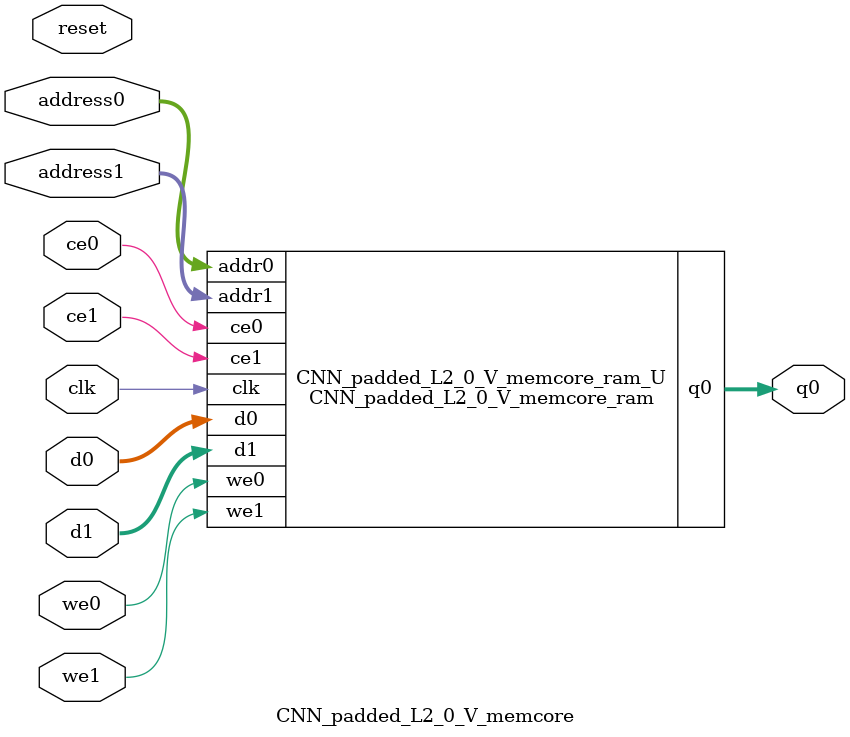
<source format=v>

`timescale 1 ns / 1 ps
module CNN_padded_L2_0_V_memcore_ram (addr0, ce0, d0, we0, q0, addr1, ce1, d1, we1,  clk);

parameter DWIDTH = 25;
parameter AWIDTH = 6;
parameter MEM_SIZE = 64;

input[AWIDTH-1:0] addr0;
input ce0;
input[DWIDTH-1:0] d0;
input we0;
output reg[DWIDTH-1:0] q0;
input[AWIDTH-1:0] addr1;
input ce1;
input[DWIDTH-1:0] d1;
input we1;
input clk;

(* ram_style = "block" *)reg [DWIDTH-1:0] ram[0:MEM_SIZE-1];




always @(posedge clk)  
begin 
    if (ce0) 
    begin
        if (we0) 
        begin 
            ram[addr0] <= d0; 
            q0 <= d0;
        end 
        else 
            q0 <= ram[addr0];
    end
end


always @(posedge clk)  
begin 
    if (ce1) 
    begin
        if (we1) 
        begin 
            ram[addr1] <= d1; 
        end 
    end
end


endmodule


`timescale 1 ns / 1 ps
module CNN_padded_L2_0_V_memcore(
    reset,
    clk,
    address0,
    ce0,
    we0,
    d0,
    q0,
    address1,
    ce1,
    we1,
    d1);

parameter DataWidth = 32'd25;
parameter AddressRange = 32'd64;
parameter AddressWidth = 32'd6;
input reset;
input clk;
input[AddressWidth - 1:0] address0;
input ce0;
input we0;
input[DataWidth - 1:0] d0;
output[DataWidth - 1:0] q0;
input[AddressWidth - 1:0] address1;
input ce1;
input we1;
input[DataWidth - 1:0] d1;



CNN_padded_L2_0_V_memcore_ram CNN_padded_L2_0_V_memcore_ram_U(
    .clk( clk ),
    .addr0( address0 ),
    .ce0( ce0 ),
    .we0( we0 ),
    .d0( d0 ),
    .q0( q0 ),
    .addr1( address1 ),
    .ce1( ce1 ),
    .we1( we1 ),
    .d1( d1 ));

endmodule


</source>
